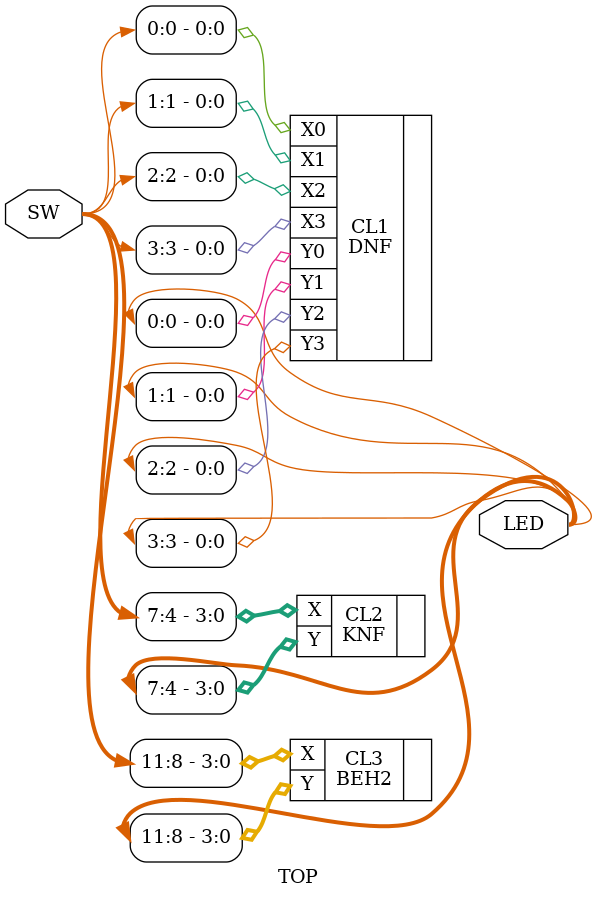
<source format=v>
`timescale 1ns / 1ps
module TOP(
    input [11:0] SW,
    output [11:0] LED
    );
DNF CL1( .X3(SW[3]),
  .X2(SW[2]),
  .X1(SW[1]),
  .X0(SW[0]),
  .Y3(LED[3]),
  .Y2(LED[2]),
  .Y1(LED[1]),
  .Y0(LED[0]));
KNF CL2(.X(SW[7:4]), .Y(LED[7:4]));
BEH2 CL3(.X( SW[11:8]), .Y( LED[11:8]));
endmodule

</source>
